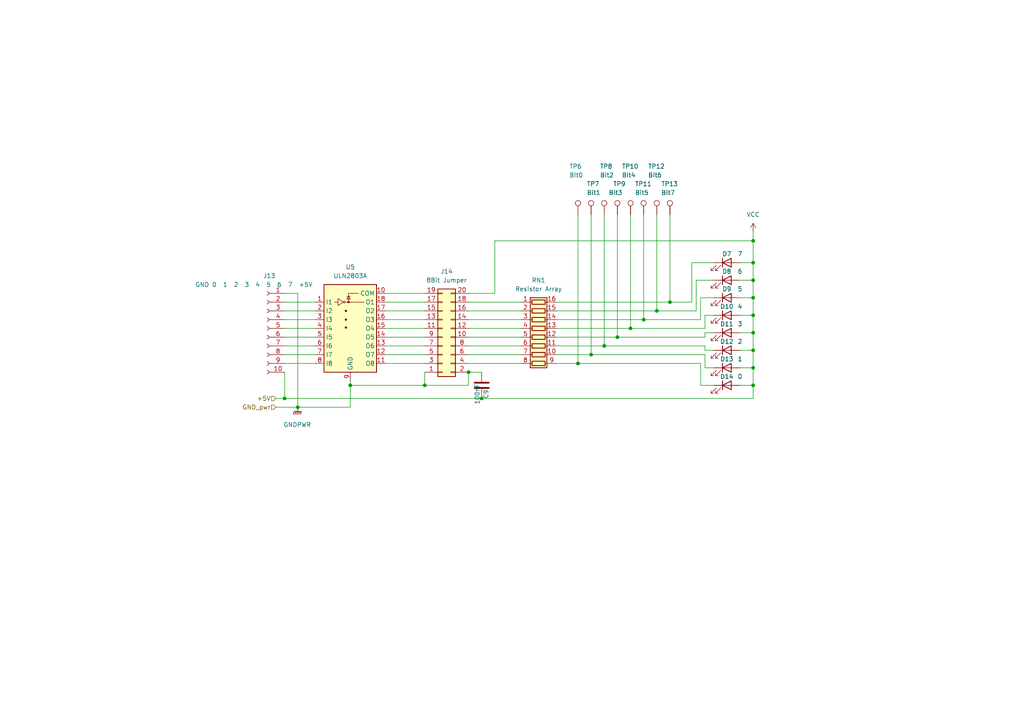
<source format=kicad_sch>
(kicad_sch (version 20211123) (generator eeschema)

  (uuid 5e1bc1de-0341-4c42-a0c1-cebebc9b9faf)

  (paper "A4")

  (lib_symbols
    (symbol "Connector:Conn_01x10_Female" (pin_names (offset 1.016) hide) (in_bom yes) (on_board yes)
      (property "Reference" "J" (id 0) (at 0 12.7 0)
        (effects (font (size 1.27 1.27)))
      )
      (property "Value" "Conn_01x10_Female" (id 1) (at 0 -15.24 0)
        (effects (font (size 1.27 1.27)))
      )
      (property "Footprint" "" (id 2) (at 0 0 0)
        (effects (font (size 1.27 1.27)) hide)
      )
      (property "Datasheet" "~" (id 3) (at 0 0 0)
        (effects (font (size 1.27 1.27)) hide)
      )
      (property "ki_keywords" "connector" (id 4) (at 0 0 0)
        (effects (font (size 1.27 1.27)) hide)
      )
      (property "ki_description" "Generic connector, single row, 01x10, script generated (kicad-library-utils/schlib/autogen/connector/)" (id 5) (at 0 0 0)
        (effects (font (size 1.27 1.27)) hide)
      )
      (property "ki_fp_filters" "Connector*:*_1x??_*" (id 6) (at 0 0 0)
        (effects (font (size 1.27 1.27)) hide)
      )
      (symbol "Conn_01x10_Female_1_1"
        (arc (start 0 -12.192) (mid -0.508 -12.7) (end 0 -13.208)
          (stroke (width 0.1524) (type default) (color 0 0 0 0))
          (fill (type none))
        )
        (arc (start 0 -9.652) (mid -0.508 -10.16) (end 0 -10.668)
          (stroke (width 0.1524) (type default) (color 0 0 0 0))
          (fill (type none))
        )
        (arc (start 0 -7.112) (mid -0.508 -7.62) (end 0 -8.128)
          (stroke (width 0.1524) (type default) (color 0 0 0 0))
          (fill (type none))
        )
        (arc (start 0 -4.572) (mid -0.508 -5.08) (end 0 -5.588)
          (stroke (width 0.1524) (type default) (color 0 0 0 0))
          (fill (type none))
        )
        (arc (start 0 -2.032) (mid -0.508 -2.54) (end 0 -3.048)
          (stroke (width 0.1524) (type default) (color 0 0 0 0))
          (fill (type none))
        )
        (polyline
          (pts
            (xy -1.27 -12.7)
            (xy -0.508 -12.7)
          )
          (stroke (width 0.1524) (type default) (color 0 0 0 0))
          (fill (type none))
        )
        (polyline
          (pts
            (xy -1.27 -10.16)
            (xy -0.508 -10.16)
          )
          (stroke (width 0.1524) (type default) (color 0 0 0 0))
          (fill (type none))
        )
        (polyline
          (pts
            (xy -1.27 -7.62)
            (xy -0.508 -7.62)
          )
          (stroke (width 0.1524) (type default) (color 0 0 0 0))
          (fill (type none))
        )
        (polyline
          (pts
            (xy -1.27 -5.08)
            (xy -0.508 -5.08)
          )
          (stroke (width 0.1524) (type default) (color 0 0 0 0))
          (fill (type none))
        )
        (polyline
          (pts
            (xy -1.27 -2.54)
            (xy -0.508 -2.54)
          )
          (stroke (width 0.1524) (type default) (color 0 0 0 0))
          (fill (type none))
        )
        (polyline
          (pts
            (xy -1.27 0)
            (xy -0.508 0)
          )
          (stroke (width 0.1524) (type default) (color 0 0 0 0))
          (fill (type none))
        )
        (polyline
          (pts
            (xy -1.27 2.54)
            (xy -0.508 2.54)
          )
          (stroke (width 0.1524) (type default) (color 0 0 0 0))
          (fill (type none))
        )
        (polyline
          (pts
            (xy -1.27 5.08)
            (xy -0.508 5.08)
          )
          (stroke (width 0.1524) (type default) (color 0 0 0 0))
          (fill (type none))
        )
        (polyline
          (pts
            (xy -1.27 7.62)
            (xy -0.508 7.62)
          )
          (stroke (width 0.1524) (type default) (color 0 0 0 0))
          (fill (type none))
        )
        (polyline
          (pts
            (xy -1.27 10.16)
            (xy -0.508 10.16)
          )
          (stroke (width 0.1524) (type default) (color 0 0 0 0))
          (fill (type none))
        )
        (arc (start 0 0.508) (mid -0.508 0) (end 0 -0.508)
          (stroke (width 0.1524) (type default) (color 0 0 0 0))
          (fill (type none))
        )
        (arc (start 0 3.048) (mid -0.508 2.54) (end 0 2.032)
          (stroke (width 0.1524) (type default) (color 0 0 0 0))
          (fill (type none))
        )
        (arc (start 0 5.588) (mid -0.508 5.08) (end 0 4.572)
          (stroke (width 0.1524) (type default) (color 0 0 0 0))
          (fill (type none))
        )
        (arc (start 0 8.128) (mid -0.508 7.62) (end 0 7.112)
          (stroke (width 0.1524) (type default) (color 0 0 0 0))
          (fill (type none))
        )
        (arc (start 0 10.668) (mid -0.508 10.16) (end 0 9.652)
          (stroke (width 0.1524) (type default) (color 0 0 0 0))
          (fill (type none))
        )
        (pin passive line (at -5.08 10.16 0) (length 3.81)
          (name "Pin_1" (effects (font (size 1.27 1.27))))
          (number "1" (effects (font (size 1.27 1.27))))
        )
        (pin passive line (at -5.08 -12.7 0) (length 3.81)
          (name "Pin_10" (effects (font (size 1.27 1.27))))
          (number "10" (effects (font (size 1.27 1.27))))
        )
        (pin passive line (at -5.08 7.62 0) (length 3.81)
          (name "Pin_2" (effects (font (size 1.27 1.27))))
          (number "2" (effects (font (size 1.27 1.27))))
        )
        (pin passive line (at -5.08 5.08 0) (length 3.81)
          (name "Pin_3" (effects (font (size 1.27 1.27))))
          (number "3" (effects (font (size 1.27 1.27))))
        )
        (pin passive line (at -5.08 2.54 0) (length 3.81)
          (name "Pin_4" (effects (font (size 1.27 1.27))))
          (number "4" (effects (font (size 1.27 1.27))))
        )
        (pin passive line (at -5.08 0 0) (length 3.81)
          (name "Pin_5" (effects (font (size 1.27 1.27))))
          (number "5" (effects (font (size 1.27 1.27))))
        )
        (pin passive line (at -5.08 -2.54 0) (length 3.81)
          (name "Pin_6" (effects (font (size 1.27 1.27))))
          (number "6" (effects (font (size 1.27 1.27))))
        )
        (pin passive line (at -5.08 -5.08 0) (length 3.81)
          (name "Pin_7" (effects (font (size 1.27 1.27))))
          (number "7" (effects (font (size 1.27 1.27))))
        )
        (pin passive line (at -5.08 -7.62 0) (length 3.81)
          (name "Pin_8" (effects (font (size 1.27 1.27))))
          (number "8" (effects (font (size 1.27 1.27))))
        )
        (pin passive line (at -5.08 -10.16 0) (length 3.81)
          (name "Pin_9" (effects (font (size 1.27 1.27))))
          (number "9" (effects (font (size 1.27 1.27))))
        )
      )
    )
    (symbol "Connector:TestPoint" (pin_numbers hide) (pin_names (offset 0.762) hide) (in_bom yes) (on_board yes)
      (property "Reference" "TP" (id 0) (at 0 6.858 0)
        (effects (font (size 1.27 1.27)))
      )
      (property "Value" "TestPoint" (id 1) (at 0 5.08 0)
        (effects (font (size 1.27 1.27)))
      )
      (property "Footprint" "" (id 2) (at 5.08 0 0)
        (effects (font (size 1.27 1.27)) hide)
      )
      (property "Datasheet" "~" (id 3) (at 5.08 0 0)
        (effects (font (size 1.27 1.27)) hide)
      )
      (property "ki_keywords" "test point tp" (id 4) (at 0 0 0)
        (effects (font (size 1.27 1.27)) hide)
      )
      (property "ki_description" "test point" (id 5) (at 0 0 0)
        (effects (font (size 1.27 1.27)) hide)
      )
      (property "ki_fp_filters" "Pin* Test*" (id 6) (at 0 0 0)
        (effects (font (size 1.27 1.27)) hide)
      )
      (symbol "TestPoint_0_1"
        (circle (center 0 3.302) (radius 0.762)
          (stroke (width 0) (type default) (color 0 0 0 0))
          (fill (type none))
        )
      )
      (symbol "TestPoint_1_1"
        (pin passive line (at 0 0 90) (length 2.54)
          (name "1" (effects (font (size 1.27 1.27))))
          (number "1" (effects (font (size 1.27 1.27))))
        )
      )
    )
    (symbol "Connector_Generic:Conn_02x10_Odd_Even" (pin_names (offset 1.016) hide) (in_bom yes) (on_board yes)
      (property "Reference" "J" (id 0) (at 1.27 12.7 0)
        (effects (font (size 1.27 1.27)))
      )
      (property "Value" "Conn_02x10_Odd_Even" (id 1) (at 1.27 -15.24 0)
        (effects (font (size 1.27 1.27)))
      )
      (property "Footprint" "" (id 2) (at 0 0 0)
        (effects (font (size 1.27 1.27)) hide)
      )
      (property "Datasheet" "~" (id 3) (at 0 0 0)
        (effects (font (size 1.27 1.27)) hide)
      )
      (property "ki_keywords" "connector" (id 4) (at 0 0 0)
        (effects (font (size 1.27 1.27)) hide)
      )
      (property "ki_description" "Generic connector, double row, 02x10, odd/even pin numbering scheme (row 1 odd numbers, row 2 even numbers), script generated (kicad-library-utils/schlib/autogen/connector/)" (id 5) (at 0 0 0)
        (effects (font (size 1.27 1.27)) hide)
      )
      (property "ki_fp_filters" "Connector*:*_2x??_*" (id 6) (at 0 0 0)
        (effects (font (size 1.27 1.27)) hide)
      )
      (symbol "Conn_02x10_Odd_Even_1_1"
        (rectangle (start -1.27 -12.573) (end 0 -12.827)
          (stroke (width 0.1524) (type default) (color 0 0 0 0))
          (fill (type none))
        )
        (rectangle (start -1.27 -10.033) (end 0 -10.287)
          (stroke (width 0.1524) (type default) (color 0 0 0 0))
          (fill (type none))
        )
        (rectangle (start -1.27 -7.493) (end 0 -7.747)
          (stroke (width 0.1524) (type default) (color 0 0 0 0))
          (fill (type none))
        )
        (rectangle (start -1.27 -4.953) (end 0 -5.207)
          (stroke (width 0.1524) (type default) (color 0 0 0 0))
          (fill (type none))
        )
        (rectangle (start -1.27 -2.413) (end 0 -2.667)
          (stroke (width 0.1524) (type default) (color 0 0 0 0))
          (fill (type none))
        )
        (rectangle (start -1.27 0.127) (end 0 -0.127)
          (stroke (width 0.1524) (type default) (color 0 0 0 0))
          (fill (type none))
        )
        (rectangle (start -1.27 2.667) (end 0 2.413)
          (stroke (width 0.1524) (type default) (color 0 0 0 0))
          (fill (type none))
        )
        (rectangle (start -1.27 5.207) (end 0 4.953)
          (stroke (width 0.1524) (type default) (color 0 0 0 0))
          (fill (type none))
        )
        (rectangle (start -1.27 7.747) (end 0 7.493)
          (stroke (width 0.1524) (type default) (color 0 0 0 0))
          (fill (type none))
        )
        (rectangle (start -1.27 10.287) (end 0 10.033)
          (stroke (width 0.1524) (type default) (color 0 0 0 0))
          (fill (type none))
        )
        (rectangle (start -1.27 11.43) (end 3.81 -13.97)
          (stroke (width 0.254) (type default) (color 0 0 0 0))
          (fill (type background))
        )
        (rectangle (start 3.81 -12.573) (end 2.54 -12.827)
          (stroke (width 0.1524) (type default) (color 0 0 0 0))
          (fill (type none))
        )
        (rectangle (start 3.81 -10.033) (end 2.54 -10.287)
          (stroke (width 0.1524) (type default) (color 0 0 0 0))
          (fill (type none))
        )
        (rectangle (start 3.81 -7.493) (end 2.54 -7.747)
          (stroke (width 0.1524) (type default) (color 0 0 0 0))
          (fill (type none))
        )
        (rectangle (start 3.81 -4.953) (end 2.54 -5.207)
          (stroke (width 0.1524) (type default) (color 0 0 0 0))
          (fill (type none))
        )
        (rectangle (start 3.81 -2.413) (end 2.54 -2.667)
          (stroke (width 0.1524) (type default) (color 0 0 0 0))
          (fill (type none))
        )
        (rectangle (start 3.81 0.127) (end 2.54 -0.127)
          (stroke (width 0.1524) (type default) (color 0 0 0 0))
          (fill (type none))
        )
        (rectangle (start 3.81 2.667) (end 2.54 2.413)
          (stroke (width 0.1524) (type default) (color 0 0 0 0))
          (fill (type none))
        )
        (rectangle (start 3.81 5.207) (end 2.54 4.953)
          (stroke (width 0.1524) (type default) (color 0 0 0 0))
          (fill (type none))
        )
        (rectangle (start 3.81 7.747) (end 2.54 7.493)
          (stroke (width 0.1524) (type default) (color 0 0 0 0))
          (fill (type none))
        )
        (rectangle (start 3.81 10.287) (end 2.54 10.033)
          (stroke (width 0.1524) (type default) (color 0 0 0 0))
          (fill (type none))
        )
        (pin passive line (at -5.08 10.16 0) (length 3.81)
          (name "Pin_1" (effects (font (size 1.27 1.27))))
          (number "1" (effects (font (size 1.27 1.27))))
        )
        (pin passive line (at 7.62 0 180) (length 3.81)
          (name "Pin_10" (effects (font (size 1.27 1.27))))
          (number "10" (effects (font (size 1.27 1.27))))
        )
        (pin passive line (at -5.08 -2.54 0) (length 3.81)
          (name "Pin_11" (effects (font (size 1.27 1.27))))
          (number "11" (effects (font (size 1.27 1.27))))
        )
        (pin passive line (at 7.62 -2.54 180) (length 3.81)
          (name "Pin_12" (effects (font (size 1.27 1.27))))
          (number "12" (effects (font (size 1.27 1.27))))
        )
        (pin passive line (at -5.08 -5.08 0) (length 3.81)
          (name "Pin_13" (effects (font (size 1.27 1.27))))
          (number "13" (effects (font (size 1.27 1.27))))
        )
        (pin passive line (at 7.62 -5.08 180) (length 3.81)
          (name "Pin_14" (effects (font (size 1.27 1.27))))
          (number "14" (effects (font (size 1.27 1.27))))
        )
        (pin passive line (at -5.08 -7.62 0) (length 3.81)
          (name "Pin_15" (effects (font (size 1.27 1.27))))
          (number "15" (effects (font (size 1.27 1.27))))
        )
        (pin passive line (at 7.62 -7.62 180) (length 3.81)
          (name "Pin_16" (effects (font (size 1.27 1.27))))
          (number "16" (effects (font (size 1.27 1.27))))
        )
        (pin passive line (at -5.08 -10.16 0) (length 3.81)
          (name "Pin_17" (effects (font (size 1.27 1.27))))
          (number "17" (effects (font (size 1.27 1.27))))
        )
        (pin passive line (at 7.62 -10.16 180) (length 3.81)
          (name "Pin_18" (effects (font (size 1.27 1.27))))
          (number "18" (effects (font (size 1.27 1.27))))
        )
        (pin passive line (at -5.08 -12.7 0) (length 3.81)
          (name "Pin_19" (effects (font (size 1.27 1.27))))
          (number "19" (effects (font (size 1.27 1.27))))
        )
        (pin passive line (at 7.62 10.16 180) (length 3.81)
          (name "Pin_2" (effects (font (size 1.27 1.27))))
          (number "2" (effects (font (size 1.27 1.27))))
        )
        (pin passive line (at 7.62 -12.7 180) (length 3.81)
          (name "Pin_20" (effects (font (size 1.27 1.27))))
          (number "20" (effects (font (size 1.27 1.27))))
        )
        (pin passive line (at -5.08 7.62 0) (length 3.81)
          (name "Pin_3" (effects (font (size 1.27 1.27))))
          (number "3" (effects (font (size 1.27 1.27))))
        )
        (pin passive line (at 7.62 7.62 180) (length 3.81)
          (name "Pin_4" (effects (font (size 1.27 1.27))))
          (number "4" (effects (font (size 1.27 1.27))))
        )
        (pin passive line (at -5.08 5.08 0) (length 3.81)
          (name "Pin_5" (effects (font (size 1.27 1.27))))
          (number "5" (effects (font (size 1.27 1.27))))
        )
        (pin passive line (at 7.62 5.08 180) (length 3.81)
          (name "Pin_6" (effects (font (size 1.27 1.27))))
          (number "6" (effects (font (size 1.27 1.27))))
        )
        (pin passive line (at -5.08 2.54 0) (length 3.81)
          (name "Pin_7" (effects (font (size 1.27 1.27))))
          (number "7" (effects (font (size 1.27 1.27))))
        )
        (pin passive line (at 7.62 2.54 180) (length 3.81)
          (name "Pin_8" (effects (font (size 1.27 1.27))))
          (number "8" (effects (font (size 1.27 1.27))))
        )
        (pin passive line (at -5.08 0 0) (length 3.81)
          (name "Pin_9" (effects (font (size 1.27 1.27))))
          (number "9" (effects (font (size 1.27 1.27))))
        )
      )
    )
    (symbol "Device:C" (pin_numbers hide) (pin_names (offset 0.254)) (in_bom yes) (on_board yes)
      (property "Reference" "C" (id 0) (at 0.635 2.54 0)
        (effects (font (size 1.27 1.27)) (justify left))
      )
      (property "Value" "C" (id 1) (at 0.635 -2.54 0)
        (effects (font (size 1.27 1.27)) (justify left))
      )
      (property "Footprint" "" (id 2) (at 0.9652 -3.81 0)
        (effects (font (size 1.27 1.27)) hide)
      )
      (property "Datasheet" "~" (id 3) (at 0 0 0)
        (effects (font (size 1.27 1.27)) hide)
      )
      (property "ki_keywords" "cap capacitor" (id 4) (at 0 0 0)
        (effects (font (size 1.27 1.27)) hide)
      )
      (property "ki_description" "Unpolarized capacitor" (id 5) (at 0 0 0)
        (effects (font (size 1.27 1.27)) hide)
      )
      (property "ki_fp_filters" "C_*" (id 6) (at 0 0 0)
        (effects (font (size 1.27 1.27)) hide)
      )
      (symbol "C_0_1"
        (polyline
          (pts
            (xy -2.032 -0.762)
            (xy 2.032 -0.762)
          )
          (stroke (width 0.508) (type default) (color 0 0 0 0))
          (fill (type none))
        )
        (polyline
          (pts
            (xy -2.032 0.762)
            (xy 2.032 0.762)
          )
          (stroke (width 0.508) (type default) (color 0 0 0 0))
          (fill (type none))
        )
      )
      (symbol "C_1_1"
        (pin passive line (at 0 3.81 270) (length 2.794)
          (name "~" (effects (font (size 1.27 1.27))))
          (number "1" (effects (font (size 1.27 1.27))))
        )
        (pin passive line (at 0 -3.81 90) (length 2.794)
          (name "~" (effects (font (size 1.27 1.27))))
          (number "2" (effects (font (size 1.27 1.27))))
        )
      )
    )
    (symbol "Device:LED" (pin_numbers hide) (pin_names (offset 1.016) hide) (in_bom yes) (on_board yes)
      (property "Reference" "D" (id 0) (at 0 2.54 0)
        (effects (font (size 1.27 1.27)))
      )
      (property "Value" "LED" (id 1) (at 0 -2.54 0)
        (effects (font (size 1.27 1.27)))
      )
      (property "Footprint" "" (id 2) (at 0 0 0)
        (effects (font (size 1.27 1.27)) hide)
      )
      (property "Datasheet" "~" (id 3) (at 0 0 0)
        (effects (font (size 1.27 1.27)) hide)
      )
      (property "ki_keywords" "LED diode" (id 4) (at 0 0 0)
        (effects (font (size 1.27 1.27)) hide)
      )
      (property "ki_description" "Light emitting diode" (id 5) (at 0 0 0)
        (effects (font (size 1.27 1.27)) hide)
      )
      (property "ki_fp_filters" "LED* LED_SMD:* LED_THT:*" (id 6) (at 0 0 0)
        (effects (font (size 1.27 1.27)) hide)
      )
      (symbol "LED_0_1"
        (polyline
          (pts
            (xy -1.27 -1.27)
            (xy -1.27 1.27)
          )
          (stroke (width 0.254) (type default) (color 0 0 0 0))
          (fill (type none))
        )
        (polyline
          (pts
            (xy -1.27 0)
            (xy 1.27 0)
          )
          (stroke (width 0) (type default) (color 0 0 0 0))
          (fill (type none))
        )
        (polyline
          (pts
            (xy 1.27 -1.27)
            (xy 1.27 1.27)
            (xy -1.27 0)
            (xy 1.27 -1.27)
          )
          (stroke (width 0.254) (type default) (color 0 0 0 0))
          (fill (type none))
        )
        (polyline
          (pts
            (xy -3.048 -0.762)
            (xy -4.572 -2.286)
            (xy -3.81 -2.286)
            (xy -4.572 -2.286)
            (xy -4.572 -1.524)
          )
          (stroke (width 0) (type default) (color 0 0 0 0))
          (fill (type none))
        )
        (polyline
          (pts
            (xy -1.778 -0.762)
            (xy -3.302 -2.286)
            (xy -2.54 -2.286)
            (xy -3.302 -2.286)
            (xy -3.302 -1.524)
          )
          (stroke (width 0) (type default) (color 0 0 0 0))
          (fill (type none))
        )
      )
      (symbol "LED_1_1"
        (pin passive line (at -3.81 0 0) (length 2.54)
          (name "K" (effects (font (size 1.27 1.27))))
          (number "1" (effects (font (size 1.27 1.27))))
        )
        (pin passive line (at 3.81 0 180) (length 2.54)
          (name "A" (effects (font (size 1.27 1.27))))
          (number "2" (effects (font (size 1.27 1.27))))
        )
      )
    )
    (symbol "Device:R_Pack08" (pin_names (offset 0) hide) (in_bom yes) (on_board yes)
      (property "Reference" "RN" (id 0) (at -12.7 0 90)
        (effects (font (size 1.27 1.27)))
      )
      (property "Value" "R_Pack08" (id 1) (at 10.16 0 90)
        (effects (font (size 1.27 1.27)))
      )
      (property "Footprint" "" (id 2) (at 12.065 0 90)
        (effects (font (size 1.27 1.27)) hide)
      )
      (property "Datasheet" "~" (id 3) (at 0 0 0)
        (effects (font (size 1.27 1.27)) hide)
      )
      (property "ki_keywords" "R network parallel topology isolated" (id 4) (at 0 0 0)
        (effects (font (size 1.27 1.27)) hide)
      )
      (property "ki_description" "8 resistor network, parallel topology" (id 5) (at 0 0 0)
        (effects (font (size 1.27 1.27)) hide)
      )
      (property "ki_fp_filters" "DIP* SOIC* R*Array*Concave* R*Array*Convex*" (id 6) (at 0 0 0)
        (effects (font (size 1.27 1.27)) hide)
      )
      (symbol "R_Pack08_0_1"
        (rectangle (start -11.43 -2.413) (end 8.89 2.413)
          (stroke (width 0.254) (type default) (color 0 0 0 0))
          (fill (type background))
        )
        (rectangle (start -10.795 1.905) (end -9.525 -1.905)
          (stroke (width 0.254) (type default) (color 0 0 0 0))
          (fill (type none))
        )
        (rectangle (start -8.255 1.905) (end -6.985 -1.905)
          (stroke (width 0.254) (type default) (color 0 0 0 0))
          (fill (type none))
        )
        (rectangle (start -5.715 1.905) (end -4.445 -1.905)
          (stroke (width 0.254) (type default) (color 0 0 0 0))
          (fill (type none))
        )
        (rectangle (start -3.175 1.905) (end -1.905 -1.905)
          (stroke (width 0.254) (type default) (color 0 0 0 0))
          (fill (type none))
        )
        (rectangle (start -0.635 1.905) (end 0.635 -1.905)
          (stroke (width 0.254) (type default) (color 0 0 0 0))
          (fill (type none))
        )
        (polyline
          (pts
            (xy -10.16 -2.54)
            (xy -10.16 -1.905)
          )
          (stroke (width 0) (type default) (color 0 0 0 0))
          (fill (type none))
        )
        (polyline
          (pts
            (xy -10.16 1.905)
            (xy -10.16 2.54)
          )
          (stroke (width 0) (type default) (color 0 0 0 0))
          (fill (type none))
        )
        (polyline
          (pts
            (xy -7.62 -2.54)
            (xy -7.62 -1.905)
          )
          (stroke (width 0) (type default) (color 0 0 0 0))
          (fill (type none))
        )
        (polyline
          (pts
            (xy -7.62 1.905)
            (xy -7.62 2.54)
          )
          (stroke (width 0) (type default) (color 0 0 0 0))
          (fill (type none))
        )
        (polyline
          (pts
            (xy -5.08 -2.54)
            (xy -5.08 -1.905)
          )
          (stroke (width 0) (type default) (color 0 0 0 0))
          (fill (type none))
        )
        (polyline
          (pts
            (xy -5.08 1.905)
            (xy -5.08 2.54)
          )
          (stroke (width 0) (type default) (color 0 0 0 0))
          (fill (type none))
        )
        (polyline
          (pts
            (xy -2.54 -2.54)
            (xy -2.54 -1.905)
          )
          (stroke (width 0) (type default) (color 0 0 0 0))
          (fill (type none))
        )
        (polyline
          (pts
            (xy -2.54 1.905)
            (xy -2.54 2.54)
          )
          (stroke (width 0) (type default) (color 0 0 0 0))
          (fill (type none))
        )
        (polyline
          (pts
            (xy 0 -2.54)
            (xy 0 -1.905)
          )
          (stroke (width 0) (type default) (color 0 0 0 0))
          (fill (type none))
        )
        (polyline
          (pts
            (xy 0 1.905)
            (xy 0 2.54)
          )
          (stroke (width 0) (type default) (color 0 0 0 0))
          (fill (type none))
        )
        (polyline
          (pts
            (xy 2.54 -2.54)
            (xy 2.54 -1.905)
          )
          (stroke (width 0) (type default) (color 0 0 0 0))
          (fill (type none))
        )
        (polyline
          (pts
            (xy 2.54 1.905)
            (xy 2.54 2.54)
          )
          (stroke (width 0) (type default) (color 0 0 0 0))
          (fill (type none))
        )
        (polyline
          (pts
            (xy 5.08 -2.54)
            (xy 5.08 -1.905)
          )
          (stroke (width 0) (type default) (color 0 0 0 0))
          (fill (type none))
        )
        (polyline
          (pts
            (xy 5.08 1.905)
            (xy 5.08 2.54)
          )
          (stroke (width 0) (type default) (color 0 0 0 0))
          (fill (type none))
        )
        (polyline
          (pts
            (xy 7.62 -2.54)
            (xy 7.62 -1.905)
          )
          (stroke (width 0) (type default) (color 0 0 0 0))
          (fill (type none))
        )
        (polyline
          (pts
            (xy 7.62 1.905)
            (xy 7.62 2.54)
          )
          (stroke (width 0) (type default) (color 0 0 0 0))
          (fill (type none))
        )
        (rectangle (start 1.905 1.905) (end 3.175 -1.905)
          (stroke (width 0.254) (type default) (color 0 0 0 0))
          (fill (type none))
        )
        (rectangle (start 4.445 1.905) (end 5.715 -1.905)
          (stroke (width 0.254) (type default) (color 0 0 0 0))
          (fill (type none))
        )
        (rectangle (start 6.985 1.905) (end 8.255 -1.905)
          (stroke (width 0.254) (type default) (color 0 0 0 0))
          (fill (type none))
        )
      )
      (symbol "R_Pack08_1_1"
        (pin passive line (at -10.16 -5.08 90) (length 2.54)
          (name "R1.1" (effects (font (size 1.27 1.27))))
          (number "1" (effects (font (size 1.27 1.27))))
        )
        (pin passive line (at 5.08 5.08 270) (length 2.54)
          (name "R7.2" (effects (font (size 1.27 1.27))))
          (number "10" (effects (font (size 1.27 1.27))))
        )
        (pin passive line (at 2.54 5.08 270) (length 2.54)
          (name "R6.2" (effects (font (size 1.27 1.27))))
          (number "11" (effects (font (size 1.27 1.27))))
        )
        (pin passive line (at 0 5.08 270) (length 2.54)
          (name "R5.2" (effects (font (size 1.27 1.27))))
          (number "12" (effects (font (size 1.27 1.27))))
        )
        (pin passive line (at -2.54 5.08 270) (length 2.54)
          (name "R4.2" (effects (font (size 1.27 1.27))))
          (number "13" (effects (font (size 1.27 1.27))))
        )
        (pin passive line (at -5.08 5.08 270) (length 2.54)
          (name "R3.2" (effects (font (size 1.27 1.27))))
          (number "14" (effects (font (size 1.27 1.27))))
        )
        (pin passive line (at -7.62 5.08 270) (length 2.54)
          (name "R2.2" (effects (font (size 1.27 1.27))))
          (number "15" (effects (font (size 1.27 1.27))))
        )
        (pin passive line (at -10.16 5.08 270) (length 2.54)
          (name "R1.2" (effects (font (size 1.27 1.27))))
          (number "16" (effects (font (size 1.27 1.27))))
        )
        (pin passive line (at -7.62 -5.08 90) (length 2.54)
          (name "R2.1" (effects (font (size 1.27 1.27))))
          (number "2" (effects (font (size 1.27 1.27))))
        )
        (pin passive line (at -5.08 -5.08 90) (length 2.54)
          (name "R3.1" (effects (font (size 1.27 1.27))))
          (number "3" (effects (font (size 1.27 1.27))))
        )
        (pin passive line (at -2.54 -5.08 90) (length 2.54)
          (name "R4.1" (effects (font (size 1.27 1.27))))
          (number "4" (effects (font (size 1.27 1.27))))
        )
        (pin passive line (at 0 -5.08 90) (length 2.54)
          (name "R5.1" (effects (font (size 1.27 1.27))))
          (number "5" (effects (font (size 1.27 1.27))))
        )
        (pin passive line (at 2.54 -5.08 90) (length 2.54)
          (name "R6.1" (effects (font (size 1.27 1.27))))
          (number "6" (effects (font (size 1.27 1.27))))
        )
        (pin passive line (at 5.08 -5.08 90) (length 2.54)
          (name "R7.1" (effects (font (size 1.27 1.27))))
          (number "7" (effects (font (size 1.27 1.27))))
        )
        (pin passive line (at 7.62 -5.08 90) (length 2.54)
          (name "R8.1" (effects (font (size 1.27 1.27))))
          (number "8" (effects (font (size 1.27 1.27))))
        )
        (pin passive line (at 7.62 5.08 270) (length 2.54)
          (name "R8.2" (effects (font (size 1.27 1.27))))
          (number "9" (effects (font (size 1.27 1.27))))
        )
      )
    )
    (symbol "Transistor_Array:ULN2803A" (in_bom yes) (on_board yes)
      (property "Reference" "U" (id 0) (at 0 13.335 0)
        (effects (font (size 1.27 1.27)))
      )
      (property "Value" "ULN2803A" (id 1) (at 0 11.43 0)
        (effects (font (size 1.27 1.27)))
      )
      (property "Footprint" "" (id 2) (at 1.27 -16.51 0)
        (effects (font (size 1.27 1.27)) (justify left) hide)
      )
      (property "Datasheet" "http://www.ti.com/lit/ds/symlink/uln2803a.pdf" (id 3) (at 2.54 -5.08 0)
        (effects (font (size 1.27 1.27)) hide)
      )
      (property "ki_keywords" "Darlington transistor array" (id 4) (at 0 0 0)
        (effects (font (size 1.27 1.27)) hide)
      )
      (property "ki_description" "Darlington Transistor Arrays, SOIC18/DIP18" (id 5) (at 0 0 0)
        (effects (font (size 1.27 1.27)) hide)
      )
      (property "ki_fp_filters" "DIP*W7.62mm* SOIC*7.5x11.6mm*P1.27mm*" (id 6) (at 0 0 0)
        (effects (font (size 1.27 1.27)) hide)
      )
      (symbol "ULN2803A_0_1"
        (rectangle (start -7.62 -15.24) (end 7.62 10.16)
          (stroke (width 0.254) (type default) (color 0 0 0 0))
          (fill (type background))
        )
        (circle (center -1.778 5.08) (radius 0.254)
          (stroke (width 0) (type default) (color 0 0 0 0))
          (fill (type none))
        )
        (circle (center -1.27 -2.286) (radius 0.254)
          (stroke (width 0) (type default) (color 0 0 0 0))
          (fill (type outline))
        )
        (circle (center -1.27 0) (radius 0.254)
          (stroke (width 0) (type default) (color 0 0 0 0))
          (fill (type outline))
        )
        (circle (center -1.27 2.54) (radius 0.254)
          (stroke (width 0) (type default) (color 0 0 0 0))
          (fill (type outline))
        )
        (circle (center -0.508 5.08) (radius 0.254)
          (stroke (width 0) (type default) (color 0 0 0 0))
          (fill (type outline))
        )
        (polyline
          (pts
            (xy -4.572 5.08)
            (xy -3.556 5.08)
          )
          (stroke (width 0) (type default) (color 0 0 0 0))
          (fill (type none))
        )
        (polyline
          (pts
            (xy -1.524 5.08)
            (xy 4.064 5.08)
          )
          (stroke (width 0) (type default) (color 0 0 0 0))
          (fill (type none))
        )
        (polyline
          (pts
            (xy 0 6.731)
            (xy -1.016 6.731)
          )
          (stroke (width 0) (type default) (color 0 0 0 0))
          (fill (type none))
        )
        (polyline
          (pts
            (xy -0.508 5.08)
            (xy -0.508 7.62)
            (xy 2.286 7.62)
          )
          (stroke (width 0) (type default) (color 0 0 0 0))
          (fill (type none))
        )
        (polyline
          (pts
            (xy -3.556 6.096)
            (xy -3.556 4.064)
            (xy -2.032 5.08)
            (xy -3.556 6.096)
          )
          (stroke (width 0) (type default) (color 0 0 0 0))
          (fill (type none))
        )
        (polyline
          (pts
            (xy 0 5.969)
            (xy -1.016 5.969)
            (xy -0.508 6.731)
            (xy 0 5.969)
          )
          (stroke (width 0) (type default) (color 0 0 0 0))
          (fill (type none))
        )
      )
      (symbol "ULN2803A_1_1"
        (pin input line (at -10.16 5.08 0) (length 2.54)
          (name "I1" (effects (font (size 1.27 1.27))))
          (number "1" (effects (font (size 1.27 1.27))))
        )
        (pin passive line (at 10.16 7.62 180) (length 2.54)
          (name "COM" (effects (font (size 1.27 1.27))))
          (number "10" (effects (font (size 1.27 1.27))))
        )
        (pin open_collector line (at 10.16 -12.7 180) (length 2.54)
          (name "O8" (effects (font (size 1.27 1.27))))
          (number "11" (effects (font (size 1.27 1.27))))
        )
        (pin open_collector line (at 10.16 -10.16 180) (length 2.54)
          (name "O7" (effects (font (size 1.27 1.27))))
          (number "12" (effects (font (size 1.27 1.27))))
        )
        (pin open_collector line (at 10.16 -7.62 180) (length 2.54)
          (name "O6" (effects (font (size 1.27 1.27))))
          (number "13" (effects (font (size 1.27 1.27))))
        )
        (pin open_collector line (at 10.16 -5.08 180) (length 2.54)
          (name "O5" (effects (font (size 1.27 1.27))))
          (number "14" (effects (font (size 1.27 1.27))))
        )
        (pin open_collector line (at 10.16 -2.54 180) (length 2.54)
          (name "O4" (effects (font (size 1.27 1.27))))
          (number "15" (effects (font (size 1.27 1.27))))
        )
        (pin open_collector line (at 10.16 0 180) (length 2.54)
          (name "O3" (effects (font (size 1.27 1.27))))
          (number "16" (effects (font (size 1.27 1.27))))
        )
        (pin open_collector line (at 10.16 2.54 180) (length 2.54)
          (name "O2" (effects (font (size 1.27 1.27))))
          (number "17" (effects (font (size 1.27 1.27))))
        )
        (pin open_collector line (at 10.16 5.08 180) (length 2.54)
          (name "O1" (effects (font (size 1.27 1.27))))
          (number "18" (effects (font (size 1.27 1.27))))
        )
        (pin input line (at -10.16 2.54 0) (length 2.54)
          (name "I2" (effects (font (size 1.27 1.27))))
          (number "2" (effects (font (size 1.27 1.27))))
        )
        (pin input line (at -10.16 0 0) (length 2.54)
          (name "I3" (effects (font (size 1.27 1.27))))
          (number "3" (effects (font (size 1.27 1.27))))
        )
        (pin input line (at -10.16 -2.54 0) (length 2.54)
          (name "I4" (effects (font (size 1.27 1.27))))
          (number "4" (effects (font (size 1.27 1.27))))
        )
        (pin input line (at -10.16 -5.08 0) (length 2.54)
          (name "I5" (effects (font (size 1.27 1.27))))
          (number "5" (effects (font (size 1.27 1.27))))
        )
        (pin input line (at -10.16 -7.62 0) (length 2.54)
          (name "I6" (effects (font (size 1.27 1.27))))
          (number "6" (effects (font (size 1.27 1.27))))
        )
        (pin input line (at -10.16 -10.16 0) (length 2.54)
          (name "I7" (effects (font (size 1.27 1.27))))
          (number "7" (effects (font (size 1.27 1.27))))
        )
        (pin input line (at -10.16 -12.7 0) (length 2.54)
          (name "I8" (effects (font (size 1.27 1.27))))
          (number "8" (effects (font (size 1.27 1.27))))
        )
        (pin power_in line (at 0 -17.78 90) (length 2.54)
          (name "GND" (effects (font (size 1.27 1.27))))
          (number "9" (effects (font (size 1.27 1.27))))
        )
      )
    )
    (symbol "power:GNDPWR" (power) (pin_names (offset 0)) (in_bom yes) (on_board yes)
      (property "Reference" "#PWR" (id 0) (at 0 -5.08 0)
        (effects (font (size 1.27 1.27)) hide)
      )
      (property "Value" "GNDPWR" (id 1) (at 0 -3.302 0)
        (effects (font (size 1.27 1.27)))
      )
      (property "Footprint" "" (id 2) (at 0 -1.27 0)
        (effects (font (size 1.27 1.27)) hide)
      )
      (property "Datasheet" "" (id 3) (at 0 -1.27 0)
        (effects (font (size 1.27 1.27)) hide)
      )
      (property "ki_keywords" "global ground" (id 4) (at 0 0 0)
        (effects (font (size 1.27 1.27)) hide)
      )
      (property "ki_description" "Power symbol creates a global label with name \"GNDPWR\" , global ground" (id 5) (at 0 0 0)
        (effects (font (size 1.27 1.27)) hide)
      )
      (symbol "GNDPWR_0_1"
        (polyline
          (pts
            (xy 0 -1.27)
            (xy 0 0)
          )
          (stroke (width 0) (type default) (color 0 0 0 0))
          (fill (type none))
        )
        (polyline
          (pts
            (xy -1.016 -1.27)
            (xy -1.27 -2.032)
            (xy -1.27 -2.032)
          )
          (stroke (width 0.2032) (type default) (color 0 0 0 0))
          (fill (type none))
        )
        (polyline
          (pts
            (xy -0.508 -1.27)
            (xy -0.762 -2.032)
            (xy -0.762 -2.032)
          )
          (stroke (width 0.2032) (type default) (color 0 0 0 0))
          (fill (type none))
        )
        (polyline
          (pts
            (xy 0 -1.27)
            (xy -0.254 -2.032)
            (xy -0.254 -2.032)
          )
          (stroke (width 0.2032) (type default) (color 0 0 0 0))
          (fill (type none))
        )
        (polyline
          (pts
            (xy 0.508 -1.27)
            (xy 0.254 -2.032)
            (xy 0.254 -2.032)
          )
          (stroke (width 0.2032) (type default) (color 0 0 0 0))
          (fill (type none))
        )
        (polyline
          (pts
            (xy 1.016 -1.27)
            (xy -1.016 -1.27)
            (xy -1.016 -1.27)
          )
          (stroke (width 0.2032) (type default) (color 0 0 0 0))
          (fill (type none))
        )
        (polyline
          (pts
            (xy 1.016 -1.27)
            (xy 0.762 -2.032)
            (xy 0.762 -2.032)
            (xy 0.762 -2.032)
          )
          (stroke (width 0.2032) (type default) (color 0 0 0 0))
          (fill (type none))
        )
      )
      (symbol "GNDPWR_1_1"
        (pin power_in line (at 0 0 270) (length 0) hide
          (name "GNDPWR" (effects (font (size 1.27 1.27))))
          (number "1" (effects (font (size 1.27 1.27))))
        )
      )
    )
    (symbol "power:VCC" (power) (pin_names (offset 0)) (in_bom yes) (on_board yes)
      (property "Reference" "#PWR" (id 0) (at 0 -3.81 0)
        (effects (font (size 1.27 1.27)) hide)
      )
      (property "Value" "VCC" (id 1) (at 0 3.81 0)
        (effects (font (size 1.27 1.27)))
      )
      (property "Footprint" "" (id 2) (at 0 0 0)
        (effects (font (size 1.27 1.27)) hide)
      )
      (property "Datasheet" "" (id 3) (at 0 0 0)
        (effects (font (size 1.27 1.27)) hide)
      )
      (property "ki_keywords" "global power" (id 4) (at 0 0 0)
        (effects (font (size 1.27 1.27)) hide)
      )
      (property "ki_description" "Power symbol creates a global label with name \"VCC\"" (id 5) (at 0 0 0)
        (effects (font (size 1.27 1.27)) hide)
      )
      (symbol "VCC_0_1"
        (polyline
          (pts
            (xy -0.762 1.27)
            (xy 0 2.54)
          )
          (stroke (width 0) (type default) (color 0 0 0 0))
          (fill (type none))
        )
        (polyline
          (pts
            (xy 0 0)
            (xy 0 2.54)
          )
          (stroke (width 0) (type default) (color 0 0 0 0))
          (fill (type none))
        )
        (polyline
          (pts
            (xy 0 2.54)
            (xy 0.762 1.27)
          )
          (stroke (width 0) (type default) (color 0 0 0 0))
          (fill (type none))
        )
      )
      (symbol "VCC_1_1"
        (pin power_in line (at 0 0 90) (length 0) hide
          (name "VCC" (effects (font (size 1.27 1.27))))
          (number "1" (effects (font (size 1.27 1.27))))
        )
      )
    )
  )

  (junction (at 182.88 95.25) (diameter 0) (color 0 0 0 0)
    (uuid 1e4221e4-23ef-430d-8f9c-79bdabaa512d)
  )
  (junction (at 190.5 90.17) (diameter 0) (color 0 0 0 0)
    (uuid 2b003812-4cd6-4dbc-bdac-93a30f2c76eb)
  )
  (junction (at 139.7 115.57) (diameter 0) (color 0 0 0 0)
    (uuid 2b803802-14ab-410a-b755-327d73775803)
  )
  (junction (at 218.44 91.44) (diameter 0) (color 0 0 0 0)
    (uuid 3c3802a4-6804-4801-8bbb-8450e2e973bb)
  )
  (junction (at 179.07 97.79) (diameter 0) (color 0 0 0 0)
    (uuid 3d3089d8-67dc-4b15-96d7-fe4bad4b94ad)
  )
  (junction (at 171.45 102.87) (diameter 0) (color 0 0 0 0)
    (uuid 42a27ddf-30f2-4b29-8327-bfd97a56726d)
  )
  (junction (at 218.44 101.6) (diameter 0) (color 0 0 0 0)
    (uuid 681a1e37-15e8-462c-986c-2215c4d8fa31)
  )
  (junction (at 167.64 105.41) (diameter 0) (color 0 0 0 0)
    (uuid 6f872d0d-dda1-4876-b468-998cac83b16a)
  )
  (junction (at 218.44 106.68) (diameter 0) (color 0 0 0 0)
    (uuid 74e9fdc6-ac21-4307-bd28-83d9a615287a)
  )
  (junction (at 135.89 107.95) (diameter 0) (color 0 0 0 0)
    (uuid 75221a8f-6334-4124-ba90-676cdf0bca0d)
  )
  (junction (at 218.44 76.2) (diameter 0) (color 0 0 0 0)
    (uuid 767a937f-4a6b-4cb0-9d6c-ef42a7ab5601)
  )
  (junction (at 101.6 111.76) (diameter 0) (color 0 0 0 0)
    (uuid 842c7494-fd8e-4e1e-90bd-7e032a3340a6)
  )
  (junction (at 123.19 111.76) (diameter 0) (color 0 0 0 0)
    (uuid 8438d985-8362-43fb-954d-20e733131c55)
  )
  (junction (at 186.69 92.71) (diameter 0) (color 0 0 0 0)
    (uuid 8847c8d6-f014-4cf7-a795-f34afd3d4940)
  )
  (junction (at 82.55 115.57) (diameter 0) (color 0 0 0 0)
    (uuid 94489ff3-9172-46fe-bc31-ef79846358af)
  )
  (junction (at 218.44 96.52) (diameter 0) (color 0 0 0 0)
    (uuid 94f3a181-d593-437e-98e0-f0f39f9b4880)
  )
  (junction (at 218.44 81.28) (diameter 0) (color 0 0 0 0)
    (uuid d214bf43-b8c9-4f70-b5ff-9f9612862a4f)
  )
  (junction (at 218.44 69.85) (diameter 0) (color 0 0 0 0)
    (uuid d8b3b48a-7111-49d0-832b-0763947a7b03)
  )
  (junction (at 194.31 87.63) (diameter 0) (color 0 0 0 0)
    (uuid d938ed11-6841-440d-9099-eea713eb5cc0)
  )
  (junction (at 218.44 111.76) (diameter 0) (color 0 0 0 0)
    (uuid da33db64-5ff9-4071-8847-5ce6825dc6e2)
  )
  (junction (at 175.26 100.33) (diameter 0) (color 0 0 0 0)
    (uuid eee28415-cf0a-46e4-821b-15197244d600)
  )
  (junction (at 86.36 118.11) (diameter 0) (color 0 0 0 0)
    (uuid f99ac69d-2a1e-4e4d-a92f-ad688704a91d)
  )
  (junction (at 218.44 86.36) (diameter 0) (color 0 0 0 0)
    (uuid ff005a50-b9f9-4619-be06-42b4039bd766)
  )

  (wire (pts (xy 80.01 115.57) (xy 82.55 115.57))
    (stroke (width 0) (type default) (color 0 0 0 0))
    (uuid 01a5b34c-a00d-4247-a226-31d8dada08d3)
  )
  (wire (pts (xy 201.93 90.17) (xy 201.93 81.28))
    (stroke (width 0) (type default) (color 0 0 0 0))
    (uuid 06c37fd0-aedd-4697-ba6c-91bc7a91fe0b)
  )
  (wire (pts (xy 135.89 105.41) (xy 151.13 105.41))
    (stroke (width 0) (type default) (color 0 0 0 0))
    (uuid 0715c10b-3bda-4c19-99c3-cb30c46c7350)
  )
  (wire (pts (xy 135.89 97.79) (xy 151.13 97.79))
    (stroke (width 0) (type default) (color 0 0 0 0))
    (uuid 078d8d54-3260-47bd-9875-125dc1c86120)
  )
  (wire (pts (xy 123.19 111.76) (xy 135.89 111.76))
    (stroke (width 0) (type default) (color 0 0 0 0))
    (uuid 084e9fb2-5ba0-48d5-b1ab-5417a64b470b)
  )
  (wire (pts (xy 82.55 90.17) (xy 91.44 90.17))
    (stroke (width 0) (type default) (color 0 0 0 0))
    (uuid 0ad4e6ce-0dcf-48cc-bea2-543c78897097)
  )
  (wire (pts (xy 135.89 95.25) (xy 151.13 95.25))
    (stroke (width 0) (type default) (color 0 0 0 0))
    (uuid 0e2bb987-b159-4180-94a5-ad4bc5558c60)
  )
  (wire (pts (xy 218.44 115.57) (xy 218.44 111.76))
    (stroke (width 0) (type default) (color 0 0 0 0))
    (uuid 0f5224ae-8ad6-45cb-a7e1-a9346be80c71)
  )
  (wire (pts (xy 179.07 62.23) (xy 179.07 97.79))
    (stroke (width 0) (type default) (color 0 0 0 0))
    (uuid 0f7dc4e7-7ef9-4e8d-a25e-f0bfa91b30e9)
  )
  (wire (pts (xy 214.63 96.52) (xy 218.44 96.52))
    (stroke (width 0) (type default) (color 0 0 0 0))
    (uuid 10a41097-ef21-42ae-8d5c-1e98983f6f10)
  )
  (wire (pts (xy 204.47 91.44) (xy 207.01 91.44))
    (stroke (width 0) (type default) (color 0 0 0 0))
    (uuid 1198a1a1-277c-4013-afd3-243136065170)
  )
  (wire (pts (xy 167.64 105.41) (xy 203.2 105.41))
    (stroke (width 0) (type default) (color 0 0 0 0))
    (uuid 1313b8d8-deb8-4ee5-b03f-0868e2a160de)
  )
  (wire (pts (xy 214.63 111.76) (xy 218.44 111.76))
    (stroke (width 0) (type default) (color 0 0 0 0))
    (uuid 16626fa1-7e11-4523-a6b6-e8fe24a66a68)
  )
  (wire (pts (xy 111.76 85.09) (xy 123.19 85.09))
    (stroke (width 0) (type default) (color 0 0 0 0))
    (uuid 18a11a3a-d6cf-45b0-a7a9-ea150f7c636f)
  )
  (wire (pts (xy 82.55 85.09) (xy 86.36 85.09))
    (stroke (width 0) (type default) (color 0 0 0 0))
    (uuid 19be8098-43a3-41fb-ad96-56c950c10f46)
  )
  (wire (pts (xy 82.55 87.63) (xy 91.44 87.63))
    (stroke (width 0) (type default) (color 0 0 0 0))
    (uuid 1acb6823-7dad-4bca-98e5-92dc6c281554)
  )
  (wire (pts (xy 200.66 76.2) (xy 207.01 76.2))
    (stroke (width 0) (type default) (color 0 0 0 0))
    (uuid 1d395a9c-c564-40b6-8043-f638afc88bf0)
  )
  (wire (pts (xy 101.6 118.11) (xy 86.36 118.11))
    (stroke (width 0) (type default) (color 0 0 0 0))
    (uuid 1e6eef92-27eb-403d-9372-916ea23531cd)
  )
  (wire (pts (xy 135.89 90.17) (xy 151.13 90.17))
    (stroke (width 0) (type default) (color 0 0 0 0))
    (uuid 1e8538a6-b08d-4bf7-a78a-c5e8d6e96e77)
  )
  (wire (pts (xy 82.55 115.57) (xy 139.7 115.57))
    (stroke (width 0) (type default) (color 0 0 0 0))
    (uuid 1f48c702-8741-4e1e-b29d-c51fcd5c9bdf)
  )
  (wire (pts (xy 101.6 110.49) (xy 101.6 111.76))
    (stroke (width 0) (type default) (color 0 0 0 0))
    (uuid 24fc2f79-9e0b-4882-8198-fa0471126727)
  )
  (wire (pts (xy 207.01 96.52) (xy 204.47 96.52))
    (stroke (width 0) (type default) (color 0 0 0 0))
    (uuid 2ae0b0d0-e89e-4044-ad1b-7c08eff67560)
  )
  (wire (pts (xy 135.89 87.63) (xy 151.13 87.63))
    (stroke (width 0) (type default) (color 0 0 0 0))
    (uuid 2ecb09e6-7c0a-48d3-b329-2582cef280c6)
  )
  (wire (pts (xy 171.45 102.87) (xy 204.47 102.87))
    (stroke (width 0) (type default) (color 0 0 0 0))
    (uuid 30b224ba-2ee6-446d-b50e-041d9ed4445f)
  )
  (wire (pts (xy 82.55 105.41) (xy 91.44 105.41))
    (stroke (width 0) (type default) (color 0 0 0 0))
    (uuid 30c03874-a4d7-4418-b230-0c3e33225a26)
  )
  (wire (pts (xy 80.01 118.11) (xy 86.36 118.11))
    (stroke (width 0) (type default) (color 0 0 0 0))
    (uuid 38d4e1b5-1ea6-49ea-a53c-e5ecdb8bbba7)
  )
  (wire (pts (xy 218.44 86.36) (xy 218.44 91.44))
    (stroke (width 0) (type default) (color 0 0 0 0))
    (uuid 38e7d1e8-f080-44b4-bc07-7164a2d00cbb)
  )
  (wire (pts (xy 218.44 67.31) (xy 218.44 69.85))
    (stroke (width 0) (type default) (color 0 0 0 0))
    (uuid 3a5101a4-88d3-47fe-910a-66a97c108640)
  )
  (wire (pts (xy 82.55 92.71) (xy 91.44 92.71))
    (stroke (width 0) (type default) (color 0 0 0 0))
    (uuid 3a56a810-2a10-42fb-8174-27c22b4169bf)
  )
  (wire (pts (xy 214.63 76.2) (xy 218.44 76.2))
    (stroke (width 0) (type default) (color 0 0 0 0))
    (uuid 3ad5f489-f8b0-43f3-9546-95d957381b99)
  )
  (wire (pts (xy 135.89 102.87) (xy 151.13 102.87))
    (stroke (width 0) (type default) (color 0 0 0 0))
    (uuid 3b3a4abc-cc8c-4f9d-be36-cc8ff4af2dc0)
  )
  (wire (pts (xy 111.76 100.33) (xy 123.19 100.33))
    (stroke (width 0) (type default) (color 0 0 0 0))
    (uuid 3d0982bb-d7c8-4e3d-90ae-487e2a9cc648)
  )
  (wire (pts (xy 214.63 106.68) (xy 218.44 106.68))
    (stroke (width 0) (type default) (color 0 0 0 0))
    (uuid 3ee4bdfd-a1e0-4cd9-864c-e420578016a2)
  )
  (wire (pts (xy 214.63 101.6) (xy 218.44 101.6))
    (stroke (width 0) (type default) (color 0 0 0 0))
    (uuid 44661c5c-d34f-474a-ad9c-1801855d4211)
  )
  (wire (pts (xy 203.2 111.76) (xy 203.2 105.41))
    (stroke (width 0) (type default) (color 0 0 0 0))
    (uuid 45012f12-e90c-43ab-b193-aa9aebaf4fee)
  )
  (wire (pts (xy 171.45 62.23) (xy 171.45 102.87))
    (stroke (width 0) (type default) (color 0 0 0 0))
    (uuid 4702c2b7-a411-4053-9130-14bca95adfcb)
  )
  (wire (pts (xy 111.76 95.25) (xy 123.19 95.25))
    (stroke (width 0) (type default) (color 0 0 0 0))
    (uuid 48fb9e9e-4552-4313-881d-1ade5a0949f2)
  )
  (wire (pts (xy 135.89 92.71) (xy 151.13 92.71))
    (stroke (width 0) (type default) (color 0 0 0 0))
    (uuid 496207b7-0662-4d58-be96-6f76c34db1da)
  )
  (wire (pts (xy 203.2 92.71) (xy 203.2 86.36))
    (stroke (width 0) (type default) (color 0 0 0 0))
    (uuid 4a1c1bf0-00d2-4942-b89f-eda17e48aa02)
  )
  (wire (pts (xy 218.44 81.28) (xy 218.44 86.36))
    (stroke (width 0) (type default) (color 0 0 0 0))
    (uuid 4ae95766-ed1b-434a-8906-9f42ba20ed73)
  )
  (wire (pts (xy 190.5 90.17) (xy 201.93 90.17))
    (stroke (width 0) (type default) (color 0 0 0 0))
    (uuid 4b1dfb74-7a22-4c15-a092-a6a76e0de955)
  )
  (wire (pts (xy 101.6 111.76) (xy 123.19 111.76))
    (stroke (width 0) (type default) (color 0 0 0 0))
    (uuid 4c8f6a20-967d-4a17-b2c7-226bc008bde9)
  )
  (wire (pts (xy 207.01 111.76) (xy 203.2 111.76))
    (stroke (width 0) (type default) (color 0 0 0 0))
    (uuid 50c76224-5a39-4770-8abe-6470efb5e376)
  )
  (wire (pts (xy 161.29 105.41) (xy 167.64 105.41))
    (stroke (width 0) (type default) (color 0 0 0 0))
    (uuid 531ad213-7849-4f63-a0a9-76fe002de75f)
  )
  (wire (pts (xy 123.19 107.95) (xy 123.19 111.76))
    (stroke (width 0) (type default) (color 0 0 0 0))
    (uuid 56c0e9e0-71b9-4fcd-8d69-a78cf6c545f6)
  )
  (wire (pts (xy 82.55 107.95) (xy 82.55 115.57))
    (stroke (width 0) (type default) (color 0 0 0 0))
    (uuid 5f91499d-a0b9-449a-91ef-45c9ee3f0a38)
  )
  (wire (pts (xy 143.51 69.85) (xy 218.44 69.85))
    (stroke (width 0) (type default) (color 0 0 0 0))
    (uuid 6ae65691-eb2c-43ed-a7ea-e2fc40593d05)
  )
  (wire (pts (xy 111.76 87.63) (xy 123.19 87.63))
    (stroke (width 0) (type default) (color 0 0 0 0))
    (uuid 6efd4cbd-ea65-4a72-af23-00446b2c4485)
  )
  (wire (pts (xy 218.44 91.44) (xy 218.44 96.52))
    (stroke (width 0) (type default) (color 0 0 0 0))
    (uuid 6f8640e4-003c-4f87-8aef-454daaa035ea)
  )
  (wire (pts (xy 161.29 102.87) (xy 171.45 102.87))
    (stroke (width 0) (type default) (color 0 0 0 0))
    (uuid 72e0ddc4-92c8-4e6c-aa1b-f47675f294b2)
  )
  (wire (pts (xy 161.29 90.17) (xy 190.5 90.17))
    (stroke (width 0) (type default) (color 0 0 0 0))
    (uuid 784998a0-0709-49f6-a7f7-fdad14ac923d)
  )
  (wire (pts (xy 203.2 86.36) (xy 207.01 86.36))
    (stroke (width 0) (type default) (color 0 0 0 0))
    (uuid 7aa6403c-c56b-44a6-b821-36442dac0fa5)
  )
  (wire (pts (xy 175.26 62.23) (xy 175.26 100.33))
    (stroke (width 0) (type default) (color 0 0 0 0))
    (uuid 7d1b6cdd-2eca-478b-b316-b579881f6ac7)
  )
  (wire (pts (xy 182.88 62.23) (xy 182.88 95.25))
    (stroke (width 0) (type default) (color 0 0 0 0))
    (uuid 7ddb7fdf-5f14-4bc8-9b7f-fafbee1d1e98)
  )
  (wire (pts (xy 82.55 100.33) (xy 91.44 100.33))
    (stroke (width 0) (type default) (color 0 0 0 0))
    (uuid 8221001f-49d7-4ed4-8c36-0b80725f2fe7)
  )
  (wire (pts (xy 204.47 106.68) (xy 207.01 106.68))
    (stroke (width 0) (type default) (color 0 0 0 0))
    (uuid 8475cc93-a567-4b60-9f44-7e87ae8f6ac6)
  )
  (wire (pts (xy 82.55 97.79) (xy 91.44 97.79))
    (stroke (width 0) (type default) (color 0 0 0 0))
    (uuid 8826caa7-9ec4-4fcc-b02c-fa79dd0a3a32)
  )
  (wire (pts (xy 175.26 100.33) (xy 204.47 100.33))
    (stroke (width 0) (type default) (color 0 0 0 0))
    (uuid 893d9b16-a7e3-463a-9d3d-ca106e9794ae)
  )
  (wire (pts (xy 143.51 69.85) (xy 143.51 85.09))
    (stroke (width 0) (type default) (color 0 0 0 0))
    (uuid 8abf65a0-0196-4c6d-8c68-0fcefbe32e13)
  )
  (wire (pts (xy 161.29 87.63) (xy 194.31 87.63))
    (stroke (width 0) (type default) (color 0 0 0 0))
    (uuid 8b6c3686-6c39-40a2-9d26-2622ef0ad979)
  )
  (wire (pts (xy 214.63 91.44) (xy 218.44 91.44))
    (stroke (width 0) (type default) (color 0 0 0 0))
    (uuid 8c0026ce-8cff-446d-8b7f-42e474583ea8)
  )
  (wire (pts (xy 111.76 102.87) (xy 123.19 102.87))
    (stroke (width 0) (type default) (color 0 0 0 0))
    (uuid 94aefbfb-a89d-4257-9d77-ba2f339f06a7)
  )
  (wire (pts (xy 82.55 102.87) (xy 91.44 102.87))
    (stroke (width 0) (type default) (color 0 0 0 0))
    (uuid 95f404ae-399e-41ca-9be2-0b03525bb89b)
  )
  (wire (pts (xy 214.63 86.36) (xy 218.44 86.36))
    (stroke (width 0) (type default) (color 0 0 0 0))
    (uuid 964cef68-e0de-45c4-8ad9-773b3588a3c9)
  )
  (wire (pts (xy 204.47 101.6) (xy 207.01 101.6))
    (stroke (width 0) (type default) (color 0 0 0 0))
    (uuid 975e580c-ff11-42ba-8e60-aa1cbf6169c6)
  )
  (wire (pts (xy 204.47 102.87) (xy 204.47 106.68))
    (stroke (width 0) (type default) (color 0 0 0 0))
    (uuid 9a67db4d-ab8a-44c2-b8a6-2fff2d00480c)
  )
  (wire (pts (xy 186.69 62.23) (xy 186.69 92.71))
    (stroke (width 0) (type default) (color 0 0 0 0))
    (uuid 9c2e5db7-4566-464e-80d8-c5a28240cf46)
  )
  (wire (pts (xy 135.89 107.95) (xy 139.7 107.95))
    (stroke (width 0) (type default) (color 0 0 0 0))
    (uuid 9cf46874-bf38-4827-afc9-96e1079e13fd)
  )
  (wire (pts (xy 186.69 92.71) (xy 203.2 92.71))
    (stroke (width 0) (type default) (color 0 0 0 0))
    (uuid a3d148d0-281d-42b2-951e-5c3fe9b06aa5)
  )
  (wire (pts (xy 214.63 81.28) (xy 218.44 81.28))
    (stroke (width 0) (type default) (color 0 0 0 0))
    (uuid aa3c5132-eb6b-4f45-9088-4f8e31ca0c3a)
  )
  (wire (pts (xy 101.6 111.76) (xy 101.6 118.11))
    (stroke (width 0) (type default) (color 0 0 0 0))
    (uuid ad9aa730-7983-4c7e-9f16-3f97d3b47b8b)
  )
  (wire (pts (xy 200.66 87.63) (xy 200.66 76.2))
    (stroke (width 0) (type default) (color 0 0 0 0))
    (uuid b10d42d1-e65d-4da0-bd9b-fa98442589ee)
  )
  (wire (pts (xy 139.7 115.57) (xy 218.44 115.57))
    (stroke (width 0) (type default) (color 0 0 0 0))
    (uuid b27f8f7b-acc6-43c4-9cdc-b03629a48e12)
  )
  (wire (pts (xy 82.55 95.25) (xy 91.44 95.25))
    (stroke (width 0) (type default) (color 0 0 0 0))
    (uuid b617eccc-a4b0-44fe-b10b-b92b720451a5)
  )
  (wire (pts (xy 194.31 62.23) (xy 194.31 87.63))
    (stroke (width 0) (type default) (color 0 0 0 0))
    (uuid b6b891ad-8fe2-426a-8de6-4cafa23597f0)
  )
  (wire (pts (xy 161.29 92.71) (xy 186.69 92.71))
    (stroke (width 0) (type default) (color 0 0 0 0))
    (uuid b8df98b9-4cf0-44b5-821f-9af4cc51f5bf)
  )
  (wire (pts (xy 161.29 97.79) (xy 179.07 97.79))
    (stroke (width 0) (type default) (color 0 0 0 0))
    (uuid be72ad21-83b5-4415-ae7e-1ae9815006af)
  )
  (wire (pts (xy 204.47 96.52) (xy 204.47 97.79))
    (stroke (width 0) (type default) (color 0 0 0 0))
    (uuid c0011ab1-0cf1-4a1b-b690-4c83da41d8f6)
  )
  (wire (pts (xy 111.76 90.17) (xy 123.19 90.17))
    (stroke (width 0) (type default) (color 0 0 0 0))
    (uuid c43781e1-4291-440b-a81c-97ae502303a6)
  )
  (wire (pts (xy 135.89 107.95) (xy 135.89 111.76))
    (stroke (width 0) (type default) (color 0 0 0 0))
    (uuid c4ae4479-6965-4310-a1ab-d2436cfca00a)
  )
  (wire (pts (xy 111.76 105.41) (xy 123.19 105.41))
    (stroke (width 0) (type default) (color 0 0 0 0))
    (uuid c5e67988-cb27-48b0-963d-a3483168d7cb)
  )
  (wire (pts (xy 161.29 100.33) (xy 175.26 100.33))
    (stroke (width 0) (type default) (color 0 0 0 0))
    (uuid ce581a98-8146-45af-adbc-9c1dec815ba9)
  )
  (wire (pts (xy 135.89 85.09) (xy 143.51 85.09))
    (stroke (width 0) (type default) (color 0 0 0 0))
    (uuid d4640009-4a5c-49a4-bb9d-8c492d65b5ab)
  )
  (wire (pts (xy 204.47 100.33) (xy 204.47 101.6))
    (stroke (width 0) (type default) (color 0 0 0 0))
    (uuid d5d79a83-cc42-46f2-b8c3-5c9ad35d41f6)
  )
  (wire (pts (xy 204.47 95.25) (xy 204.47 91.44))
    (stroke (width 0) (type default) (color 0 0 0 0))
    (uuid d9d586b8-004e-48a6-b32a-115b338c84e3)
  )
  (wire (pts (xy 218.44 69.85) (xy 218.44 76.2))
    (stroke (width 0) (type default) (color 0 0 0 0))
    (uuid da724167-20aa-44bc-8a70-8fc646f7ddf0)
  )
  (wire (pts (xy 161.29 95.25) (xy 182.88 95.25))
    (stroke (width 0) (type default) (color 0 0 0 0))
    (uuid daee2c53-a5fb-42c9-bc3a-94a8bbf92f21)
  )
  (wire (pts (xy 201.93 81.28) (xy 207.01 81.28))
    (stroke (width 0) (type default) (color 0 0 0 0))
    (uuid dd94fd1c-2fd3-43aa-a2df-0ce4041e89c3)
  )
  (wire (pts (xy 111.76 92.71) (xy 123.19 92.71))
    (stroke (width 0) (type default) (color 0 0 0 0))
    (uuid e390b298-9776-4b2a-abe7-f85430256979)
  )
  (wire (pts (xy 167.64 62.23) (xy 167.64 105.41))
    (stroke (width 0) (type default) (color 0 0 0 0))
    (uuid e558a269-5039-4704-93aa-1becf8a68046)
  )
  (wire (pts (xy 190.5 62.23) (xy 190.5 90.17))
    (stroke (width 0) (type default) (color 0 0 0 0))
    (uuid e9d9c6ea-5bbc-4999-bf17-a72ae6b27234)
  )
  (wire (pts (xy 179.07 97.79) (xy 204.47 97.79))
    (stroke (width 0) (type default) (color 0 0 0 0))
    (uuid e9e77bf7-e395-4e79-987e-0fb506f1ebce)
  )
  (wire (pts (xy 111.76 97.79) (xy 123.19 97.79))
    (stroke (width 0) (type default) (color 0 0 0 0))
    (uuid ed561582-24c6-428e-9511-8e51012f005c)
  )
  (wire (pts (xy 86.36 85.09) (xy 86.36 118.11))
    (stroke (width 0) (type default) (color 0 0 0 0))
    (uuid ed930a78-3e09-439b-8464-dfb729db33ac)
  )
  (wire (pts (xy 194.31 87.63) (xy 200.66 87.63))
    (stroke (width 0) (type default) (color 0 0 0 0))
    (uuid ef75e6fe-b15e-4b61-b20e-1cb0a9fb61bf)
  )
  (wire (pts (xy 182.88 95.25) (xy 204.47 95.25))
    (stroke (width 0) (type default) (color 0 0 0 0))
    (uuid f06fca6c-8d1c-4ac5-811c-44920556a5e4)
  )
  (wire (pts (xy 218.44 76.2) (xy 218.44 81.28))
    (stroke (width 0) (type default) (color 0 0 0 0))
    (uuid f5682882-adc1-4172-9c0b-8098432bfee2)
  )
  (wire (pts (xy 218.44 106.68) (xy 218.44 111.76))
    (stroke (width 0) (type default) (color 0 0 0 0))
    (uuid f6c76ea7-f947-42de-97d3-83ee9c77eb70)
  )
  (wire (pts (xy 218.44 96.52) (xy 218.44 101.6))
    (stroke (width 0) (type default) (color 0 0 0 0))
    (uuid f8bd1766-96d8-4b4e-a0d1-a2b13f207fd1)
  )
  (wire (pts (xy 218.44 101.6) (xy 218.44 106.68))
    (stroke (width 0) (type default) (color 0 0 0 0))
    (uuid fbbc8baa-3c0a-457b-9a66-4360b7853e09)
  )
  (wire (pts (xy 135.89 100.33) (xy 151.13 100.33))
    (stroke (width 0) (type default) (color 0 0 0 0))
    (uuid ff81583f-4e99-4990-82a6-41cfe6d8fd0d)
  )

  (hierarchical_label "GND_pwr" (shape input) (at 80.01 118.11 180)
    (effects (font (size 1.27 1.27)) (justify right))
    (uuid 1ccfe25f-a37c-4608-a71d-cdad3c61033e)
  )
  (hierarchical_label "+5V" (shape input) (at 80.01 115.57 180)
    (effects (font (size 1.27 1.27)) (justify right))
    (uuid 517a0015-03ca-4fea-8871-9a72e4beb11a)
  )

  (symbol (lib_id "Connector:TestPoint") (at 190.5 62.23 0) (unit 1)
    (in_bom yes) (on_board yes)
    (uuid 0007a588-901c-4ea5-bfde-f0e4d6eac5b2)
    (property "Reference" "TP12" (id 0) (at 187.96 48.26 0)
      (effects (font (size 1.27 1.27)) (justify left))
    )
    (property "Value" "Bit6" (id 1) (at 187.96 50.8 0)
      (effects (font (size 1.27 1.27)) (justify left))
    )
    (property "Footprint" "TestPoint:TestPoint_Loop_D3.80mm_Drill2.8mm" (id 2) (at 195.58 62.23 0)
      (effects (font (size 1.27 1.27)) hide)
    )
    (property "Datasheet" "~" (id 3) (at 195.58 62.23 0)
      (effects (font (size 1.27 1.27)) hide)
    )
    (pin "1" (uuid a608dd8b-25a0-4efc-bf38-f8ff86feb13f))
  )

  (symbol (lib_id "Device:LED") (at 210.82 76.2 0) (unit 1)
    (in_bom yes) (on_board yes)
    (uuid 01f3f89b-14d8-4e79-8e31-70c0b46ceb23)
    (property "Reference" "D7" (id 0) (at 210.82 73.66 0))
    (property "Value" "7" (id 1) (at 214.63 73.66 0))
    (property "Footprint" "LED_THT:LED_D5.0mm" (id 2) (at 210.82 76.2 0)
      (effects (font (size 1.27 1.27)) hide)
    )
    (property "Datasheet" "~" (id 3) (at 210.82 76.2 0)
      (effects (font (size 1.27 1.27)) hide)
    )
    (pin "1" (uuid 45514432-17f5-4213-b2a2-bce1b7becada))
    (pin "2" (uuid fd2b02a4-310f-4a48-8f1c-e10423ac9087))
  )

  (symbol (lib_id "Device:LED") (at 210.82 106.68 0) (unit 1)
    (in_bom yes) (on_board yes)
    (uuid 065da36e-c373-47ba-a13b-a64ce96b4934)
    (property "Reference" "D13" (id 0) (at 210.82 104.14 0))
    (property "Value" "1" (id 1) (at 214.63 104.14 0))
    (property "Footprint" "LED_THT:LED_D5.0mm" (id 2) (at 210.82 106.68 0)
      (effects (font (size 1.27 1.27)) hide)
    )
    (property "Datasheet" "~" (id 3) (at 210.82 106.68 0)
      (effects (font (size 1.27 1.27)) hide)
    )
    (pin "1" (uuid 335dc4b5-a5a1-4455-9dcc-04438f6303d7))
    (pin "2" (uuid 299ddec3-5a61-4f14-b61f-f602c55da86b))
  )

  (symbol (lib_id "Connector:TestPoint") (at 186.69 62.23 0) (unit 1)
    (in_bom yes) (on_board yes)
    (uuid 09d9af3f-cdb3-42b4-93d6-7dbbb9f6723b)
    (property "Reference" "TP11" (id 0) (at 184.15 53.34 0)
      (effects (font (size 1.27 1.27)) (justify left))
    )
    (property "Value" "Bit5" (id 1) (at 184.15 55.88 0)
      (effects (font (size 1.27 1.27)) (justify left))
    )
    (property "Footprint" "TestPoint:TestPoint_Loop_D3.80mm_Drill2.8mm" (id 2) (at 191.77 62.23 0)
      (effects (font (size 1.27 1.27)) hide)
    )
    (property "Datasheet" "~" (id 3) (at 191.77 62.23 0)
      (effects (font (size 1.27 1.27)) hide)
    )
    (pin "1" (uuid 0415b33d-fed9-4b41-9d69-189624e2b8a3))
  )

  (symbol (lib_id "Device:LED") (at 210.82 96.52 0) (unit 1)
    (in_bom yes) (on_board yes)
    (uuid 0c46696b-fbb1-45e3-aa06-8b5943bc8aa2)
    (property "Reference" "D11" (id 0) (at 210.82 93.98 0))
    (property "Value" "3" (id 1) (at 214.63 93.98 0))
    (property "Footprint" "LED_THT:LED_D5.0mm" (id 2) (at 210.82 96.52 0)
      (effects (font (size 1.27 1.27)) hide)
    )
    (property "Datasheet" "~" (id 3) (at 210.82 96.52 0)
      (effects (font (size 1.27 1.27)) hide)
    )
    (pin "1" (uuid b07726c0-7e50-48c2-85f4-70c8c3f0671a))
    (pin "2" (uuid 0af72ca5-3598-42e5-b35d-fe05d1978e52))
  )

  (symbol (lib_id "power:GNDPWR") (at 86.36 118.11 0) (unit 1)
    (in_bom yes) (on_board yes) (fields_autoplaced)
    (uuid 1e9596a8-3013-4dbb-8fa4-78b58849793c)
    (property "Reference" "#PWR014" (id 0) (at 86.36 123.19 0)
      (effects (font (size 1.27 1.27)) hide)
    )
    (property "Value" "GNDPWR" (id 1) (at 86.233 123.19 0))
    (property "Footprint" "" (id 2) (at 86.36 119.38 0)
      (effects (font (size 1.27 1.27)) hide)
    )
    (property "Datasheet" "" (id 3) (at 86.36 119.38 0)
      (effects (font (size 1.27 1.27)) hide)
    )
    (pin "1" (uuid 9ca3b2d3-0a47-43ca-b512-7d40d100f8bd))
  )

  (symbol (lib_id "Connector:TestPoint") (at 167.64 62.23 0) (unit 1)
    (in_bom yes) (on_board yes)
    (uuid 2a81849a-2272-422e-ba92-f9931e76ecef)
    (property "Reference" "TP6" (id 0) (at 165.1 48.26 0)
      (effects (font (size 1.27 1.27)) (justify left))
    )
    (property "Value" "Bit0" (id 1) (at 165.1 50.8 0)
      (effects (font (size 1.27 1.27)) (justify left))
    )
    (property "Footprint" "TestPoint:TestPoint_Loop_D3.80mm_Drill2.8mm" (id 2) (at 172.72 62.23 0)
      (effects (font (size 1.27 1.27)) hide)
    )
    (property "Datasheet" "~" (id 3) (at 172.72 62.23 0)
      (effects (font (size 1.27 1.27)) hide)
    )
    (pin "1" (uuid dcb2aaa2-62f9-42c1-a522-5a3acbba0e78))
  )

  (symbol (lib_id "Device:R_Pack08") (at 156.21 97.79 270) (unit 1)
    (in_bom yes) (on_board yes) (fields_autoplaced)
    (uuid 2b35632c-b8b2-4fba-8fc1-5127f843232f)
    (property "Reference" "RN1" (id 0) (at 156.21 81.28 90))
    (property "Value" "Resistor Array" (id 1) (at 156.21 83.82 90))
    (property "Footprint" "Package_DIP:DIP-16_W7.62mm_Socket_LongPads" (id 2) (at 156.21 109.855 90)
      (effects (font (size 1.27 1.27)) hide)
    )
    (property "Datasheet" "~" (id 3) (at 156.21 97.79 0)
      (effects (font (size 1.27 1.27)) hide)
    )
    (pin "1" (uuid 4a6d20cf-dee5-4ce3-a4e0-f178d75440e2))
    (pin "10" (uuid 7956824e-1150-4fc4-b69a-cb6a35b3dd91))
    (pin "11" (uuid 6c379115-bd0c-4806-91ed-9d54a2b41a5a))
    (pin "12" (uuid a801c848-c166-4214-b8fd-5cac0fca5faf))
    (pin "13" (uuid f5071b61-77a8-432f-94ec-6458fd5eca42))
    (pin "14" (uuid 9247e8e3-9795-4594-97a5-066f0ae64d9e))
    (pin "15" (uuid d8943659-34cc-4e99-acfa-fe567b583e3b))
    (pin "16" (uuid f221c05e-8e01-431d-a74c-7467ec9adadc))
    (pin "2" (uuid af95c835-0486-4b45-ae6d-953e0e944e62))
    (pin "3" (uuid 37b9e5e4-a3c4-48bc-a664-5032c701ac90))
    (pin "4" (uuid 80550879-b0ab-44e3-ab43-a7264f1282c6))
    (pin "5" (uuid b198ff9b-bf3f-4e46-b018-2777bc8106ec))
    (pin "6" (uuid f62b165d-aad4-4116-ae23-0cbd158c1ab5))
    (pin "7" (uuid 705a0ecf-f282-4455-921e-d8be75540f3e))
    (pin "8" (uuid b4c39e6b-2093-408c-8d9d-79ea501bc994))
    (pin "9" (uuid 1c6a0984-d8b5-4d83-8ad0-247b478e5821))
  )

  (symbol (lib_id "Device:LED") (at 210.82 91.44 0) (unit 1)
    (in_bom yes) (on_board yes)
    (uuid 2c9a3dd4-9581-427c-a64a-f6a2c4940944)
    (property "Reference" "D10" (id 0) (at 210.82 88.9 0))
    (property "Value" "4" (id 1) (at 214.63 88.9 0))
    (property "Footprint" "LED_THT:LED_D5.0mm" (id 2) (at 210.82 91.44 0)
      (effects (font (size 1.27 1.27)) hide)
    )
    (property "Datasheet" "~" (id 3) (at 210.82 91.44 0)
      (effects (font (size 1.27 1.27)) hide)
    )
    (pin "1" (uuid 25520e34-6ed6-4445-9054-acf7a71221f5))
    (pin "2" (uuid cdd2399d-80a8-4b74-8d8b-5742efb5efd9))
  )

  (symbol (lib_id "Connector:TestPoint") (at 179.07 62.23 0) (unit 1)
    (in_bom yes) (on_board yes)
    (uuid 4228aa9a-7677-4c6a-b604-72abaee68fce)
    (property "Reference" "TP9" (id 0) (at 177.8 53.34 0)
      (effects (font (size 1.27 1.27)) (justify left))
    )
    (property "Value" "Bit3" (id 1) (at 176.53 55.88 0)
      (effects (font (size 1.27 1.27)) (justify left))
    )
    (property "Footprint" "TestPoint:TestPoint_Loop_D3.80mm_Drill2.8mm" (id 2) (at 184.15 62.23 0)
      (effects (font (size 1.27 1.27)) hide)
    )
    (property "Datasheet" "~" (id 3) (at 184.15 62.23 0)
      (effects (font (size 1.27 1.27)) hide)
    )
    (pin "1" (uuid 4ecc591a-696d-4eba-9415-b283f9242dcb))
  )

  (symbol (lib_id "Device:C") (at 139.7 111.76 0) (unit 1)
    (in_bom yes) (on_board yes)
    (uuid 44d8675d-c927-4ecb-b12c-6ecd5e189901)
    (property "Reference" "C9" (id 0) (at 140.97 114.3 90))
    (property "Value" "100nF" (id 1) (at 138.43 114.3 90))
    (property "Footprint" "Capacitor_THT:C_Axial_L3.8mm_D2.6mm_P7.50mm_Horizontal" (id 2) (at 140.6652 115.57 0)
      (effects (font (size 1.27 1.27)) hide)
    )
    (property "Datasheet" "~" (id 3) (at 139.7 111.76 0)
      (effects (font (size 1.27 1.27)) hide)
    )
    (pin "1" (uuid 7de3ec04-5174-4ba1-9184-2dadfc5b97ec))
    (pin "2" (uuid 35f514d8-3f16-46b3-9814-553137fe4fff))
  )

  (symbol (lib_id "Connector:TestPoint") (at 182.88 62.23 0) (unit 1)
    (in_bom yes) (on_board yes)
    (uuid 6ccb3cac-c366-46f0-8730-fd665aadfac5)
    (property "Reference" "TP10" (id 0) (at 180.34 48.26 0)
      (effects (font (size 1.27 1.27)) (justify left))
    )
    (property "Value" "Bit4" (id 1) (at 180.34 50.8 0)
      (effects (font (size 1.27 1.27)) (justify left))
    )
    (property "Footprint" "TestPoint:TestPoint_Loop_D3.80mm_Drill2.8mm" (id 2) (at 187.96 62.23 0)
      (effects (font (size 1.27 1.27)) hide)
    )
    (property "Datasheet" "~" (id 3) (at 187.96 62.23 0)
      (effects (font (size 1.27 1.27)) hide)
    )
    (pin "1" (uuid 527ea7ff-9a8c-472c-8091-5c35774f4f9c))
  )

  (symbol (lib_id "Connector_Generic:Conn_02x10_Odd_Even") (at 128.27 97.79 0) (mirror x) (unit 1)
    (in_bom yes) (on_board yes) (fields_autoplaced)
    (uuid 733ab4d9-478c-4e3d-a590-52279a9687e8)
    (property "Reference" "J14" (id 0) (at 129.54 78.74 0))
    (property "Value" "8Bit Jumper" (id 1) (at 129.54 81.28 0))
    (property "Footprint" "Connector_PinSocket_2.54mm:PinSocket_2x10_P2.54mm_Vertical" (id 2) (at 128.27 97.79 0)
      (effects (font (size 1.27 1.27)) hide)
    )
    (property "Datasheet" "~" (id 3) (at 128.27 97.79 0)
      (effects (font (size 1.27 1.27)) hide)
    )
    (pin "1" (uuid 7bdff68f-f337-4908-a75c-db1082f939ac))
    (pin "10" (uuid c88c4da8-a6da-4095-bfbb-18b81a0a3524))
    (pin "11" (uuid bebcc482-9243-4c5d-9a03-0a48059bc436))
    (pin "12" (uuid 39f13067-f330-40ce-aee5-1471a388fe6a))
    (pin "13" (uuid 27d59e31-3671-4f44-90f2-f5b29110dafa))
    (pin "14" (uuid bb75ffce-82f7-47a0-8cd1-f34bfa37ab39))
    (pin "15" (uuid c0074310-f2e9-42fd-85a2-ff0a2ceb5355))
    (pin "16" (uuid f8043406-fb2d-4f8a-b874-e7a9ced18a94))
    (pin "17" (uuid 263d5991-91ee-41dc-b389-a9f9a2cfdd8b))
    (pin "18" (uuid 8ac7983b-d0f8-461d-84d0-cea5c5c8b694))
    (pin "19" (uuid 0cd51428-b933-46ea-80bf-d8e50045e8e3))
    (pin "2" (uuid b840767c-0100-40a0-8d00-a5bb60ae4f56))
    (pin "20" (uuid 7fb1e6c0-aea1-4302-99ae-556478ef1ca4))
    (pin "3" (uuid b3c2dd2e-ee01-469b-abf7-4e50090b9410))
    (pin "4" (uuid 9394eff0-c6d1-43a3-a653-05d07a4da7a1))
    (pin "5" (uuid 730e85dc-a3f2-438f-b3e4-b4e41ba416ae))
    (pin "6" (uuid ecb700f7-2288-4313-95ad-0917406e0b14))
    (pin "7" (uuid ed2eef09-3129-4fe6-a14a-b24a2d43777a))
    (pin "8" (uuid 5470a9d8-ec4a-49b0-97e2-86b2b94bcdb5))
    (pin "9" (uuid 00270aac-e7f9-4ace-9a5f-f6fe32bcbdee))
  )

  (symbol (lib_id "Device:LED") (at 210.82 81.28 0) (unit 1)
    (in_bom yes) (on_board yes)
    (uuid 7f546a93-df80-4f67-9bbb-b0df0c897242)
    (property "Reference" "D8" (id 0) (at 210.82 78.74 0))
    (property "Value" "6" (id 1) (at 214.63 78.74 0))
    (property "Footprint" "LED_THT:LED_D5.0mm" (id 2) (at 210.82 81.28 0)
      (effects (font (size 1.27 1.27)) hide)
    )
    (property "Datasheet" "~" (id 3) (at 210.82 81.28 0)
      (effects (font (size 1.27 1.27)) hide)
    )
    (pin "1" (uuid dd8e96c8-2c8b-4e65-a2e4-247e8c618c17))
    (pin "2" (uuid df200936-5716-4d78-9aba-828236899aeb))
  )

  (symbol (lib_id "Connector:TestPoint") (at 194.31 62.23 0) (unit 1)
    (in_bom yes) (on_board yes)
    (uuid 82585737-7851-45f6-943f-05060b9630b1)
    (property "Reference" "TP13" (id 0) (at 191.77 53.34 0)
      (effects (font (size 1.27 1.27)) (justify left))
    )
    (property "Value" "Bit7" (id 1) (at 191.77 55.88 0)
      (effects (font (size 1.27 1.27)) (justify left))
    )
    (property "Footprint" "TestPoint:TestPoint_Loop_D3.80mm_Drill2.8mm" (id 2) (at 199.39 62.23 0)
      (effects (font (size 1.27 1.27)) hide)
    )
    (property "Datasheet" "~" (id 3) (at 199.39 62.23 0)
      (effects (font (size 1.27 1.27)) hide)
    )
    (pin "1" (uuid a6d4d6f9-52e4-498f-b019-49f4578ef1ba))
  )

  (symbol (lib_id "power:VCC") (at 218.44 67.31 0) (unit 1)
    (in_bom yes) (on_board yes) (fields_autoplaced)
    (uuid 96690ff5-8868-48aa-9faf-91911ace5339)
    (property "Reference" "#PWR015" (id 0) (at 218.44 71.12 0)
      (effects (font (size 1.27 1.27)) hide)
    )
    (property "Value" "VCC" (id 1) (at 218.44 62.23 0))
    (property "Footprint" "" (id 2) (at 218.44 67.31 0)
      (effects (font (size 1.27 1.27)) hide)
    )
    (property "Datasheet" "" (id 3) (at 218.44 67.31 0)
      (effects (font (size 1.27 1.27)) hide)
    )
    (pin "1" (uuid 748035c2-0283-4de3-8c12-ef98c505a574))
  )

  (symbol (lib_id "Transistor_Array:ULN2803A") (at 101.6 92.71 0) (unit 1)
    (in_bom yes) (on_board yes) (fields_autoplaced)
    (uuid 986931b6-5e3b-41bd-b8b5-1a00d2aed72d)
    (property "Reference" "U5" (id 0) (at 101.6 77.47 0))
    (property "Value" "ULN2803A" (id 1) (at 101.6 80.01 0))
    (property "Footprint" "Package_DIP:DIP-18_W7.62mm_Socket_LongPads" (id 2) (at 102.87 109.22 0)
      (effects (font (size 1.27 1.27)) (justify left) hide)
    )
    (property "Datasheet" "http://www.ti.com/lit/ds/symlink/uln2803a.pdf" (id 3) (at 104.14 97.79 0)
      (effects (font (size 1.27 1.27)) hide)
    )
    (pin "1" (uuid da42ade3-720d-4d06-a33f-a26e5190b622))
    (pin "10" (uuid bb22a44b-408c-4c6a-818c-d1d627b4d72a))
    (pin "11" (uuid 61b3a21c-f946-41e1-93ef-42b7d8d775f8))
    (pin "12" (uuid ab8092ab-2f35-483c-9900-2fc6e350e8cf))
    (pin "13" (uuid 448a5b06-bcd1-4fd8-8041-0ec9b4051b66))
    (pin "14" (uuid f1ea0dae-c2e1-41fa-8e22-e5c9d60b5c39))
    (pin "15" (uuid 95c07d14-328e-4296-9f6a-48dd943e7dad))
    (pin "16" (uuid 8d34c5a3-aa4c-47f9-953b-4571d04f4803))
    (pin "17" (uuid a1c699e9-9333-42b8-b853-2e3c79f8c82c))
    (pin "18" (uuid a587a560-0a6d-4771-b038-15958bb0e101))
    (pin "2" (uuid fdf879b2-83e2-4d02-bbce-01c595ff532e))
    (pin "3" (uuid 50ef805f-fb5a-4f16-83ea-67c385a3bf39))
    (pin "4" (uuid dbff27d7-23bf-4dde-ab64-42d4a0965d10))
    (pin "5" (uuid a2998632-8e79-4533-9d3b-0688af17b39a))
    (pin "6" (uuid 84520d8e-4fa5-4b35-9219-e0c6461578b3))
    (pin "7" (uuid cae4f043-f399-4952-a2ea-139edae841eb))
    (pin "8" (uuid a5f8aecd-6749-45a0-b8fd-269133221d36))
    (pin "9" (uuid e2a74e4e-d418-4c6a-82fe-bfe01ce7efc5))
  )

  (symbol (lib_id "Connector:TestPoint") (at 175.26 62.23 0) (unit 1)
    (in_bom yes) (on_board yes)
    (uuid a402b953-6ff0-4fde-8140-77030aa3a349)
    (property "Reference" "TP8" (id 0) (at 173.99 48.26 0)
      (effects (font (size 1.27 1.27)) (justify left))
    )
    (property "Value" "Bit2" (id 1) (at 173.99 50.8 0)
      (effects (font (size 1.27 1.27)) (justify left))
    )
    (property "Footprint" "TestPoint:TestPoint_Loop_D3.80mm_Drill2.8mm" (id 2) (at 180.34 62.23 0)
      (effects (font (size 1.27 1.27)) hide)
    )
    (property "Datasheet" "~" (id 3) (at 180.34 62.23 0)
      (effects (font (size 1.27 1.27)) hide)
    )
    (pin "1" (uuid f14dd2ab-0a51-41ea-850e-eb94d792b11c))
  )

  (symbol (lib_id "Connector:TestPoint") (at 171.45 62.23 0) (unit 1)
    (in_bom yes) (on_board yes)
    (uuid b1733439-cefa-40f1-afd2-0f6e3708101c)
    (property "Reference" "TP7" (id 0) (at 170.18 53.34 0)
      (effects (font (size 1.27 1.27)) (justify left))
    )
    (property "Value" "Bit1" (id 1) (at 170.18 55.88 0)
      (effects (font (size 1.27 1.27)) (justify left))
    )
    (property "Footprint" "TestPoint:TestPoint_Loop_D3.80mm_Drill2.8mm" (id 2) (at 176.53 62.23 0)
      (effects (font (size 1.27 1.27)) hide)
    )
    (property "Datasheet" "~" (id 3) (at 176.53 62.23 0)
      (effects (font (size 1.27 1.27)) hide)
    )
    (pin "1" (uuid 0c9d0a63-e28b-49c5-92e4-59e18b9e92bf))
  )

  (symbol (lib_id "Device:LED") (at 210.82 101.6 0) (unit 1)
    (in_bom yes) (on_board yes)
    (uuid b5664420-0ff6-4e5e-b628-c8a9ae8ed8aa)
    (property "Reference" "D12" (id 0) (at 210.82 99.06 0))
    (property "Value" "2" (id 1) (at 214.63 99.06 0))
    (property "Footprint" "LED_THT:LED_D5.0mm" (id 2) (at 210.82 101.6 0)
      (effects (font (size 1.27 1.27)) hide)
    )
    (property "Datasheet" "~" (id 3) (at 210.82 101.6 0)
      (effects (font (size 1.27 1.27)) hide)
    )
    (pin "1" (uuid c664afb5-f312-4f9f-8260-aefd44972cee))
    (pin "2" (uuid 802abf7e-f1e3-4280-90cc-56162d990643))
  )

  (symbol (lib_id "Device:LED") (at 210.82 86.36 0) (unit 1)
    (in_bom yes) (on_board yes)
    (uuid c4fabe5c-9ad0-415f-9291-5212b0472207)
    (property "Reference" "D9" (id 0) (at 210.82 83.82 0))
    (property "Value" "5" (id 1) (at 214.63 83.82 0))
    (property "Footprint" "LED_THT:LED_D5.0mm" (id 2) (at 210.82 86.36 0)
      (effects (font (size 1.27 1.27)) hide)
    )
    (property "Datasheet" "~" (id 3) (at 210.82 86.36 0)
      (effects (font (size 1.27 1.27)) hide)
    )
    (pin "1" (uuid d4e86c0e-bbf1-45ff-a453-57cc6906223a))
    (pin "2" (uuid 9351c6cf-79e9-4ada-a3a8-bfb28af29979))
  )

  (symbol (lib_id "Connector:Conn_01x10_Female") (at 77.47 95.25 0) (mirror y) (unit 1)
    (in_bom yes) (on_board yes)
    (uuid d605160e-3f41-4337-98be-5e02709dfe85)
    (property "Reference" "J13" (id 0) (at 78.105 80.01 0))
    (property "Value" "GND 0  1  2  3  4  5  6  7  +5V" (id 1) (at 73.66 82.55 0))
    (property "Footprint" "Connector_PinSocket_2.54mm:PinSocket_1x10_P2.54mm_Vertical" (id 2) (at 77.47 95.25 0)
      (effects (font (size 1.27 1.27)) hide)
    )
    (property "Datasheet" "~" (id 3) (at 77.47 95.25 0)
      (effects (font (size 1.27 1.27)) hide)
    )
    (pin "1" (uuid eacf4854-e3ac-4b05-9b0e-a9734c231792))
    (pin "10" (uuid 7bf32c38-88b6-4dd0-8e37-44fec71eb8dc))
    (pin "2" (uuid 933f8b87-b0c2-4c69-8ba5-b25539b2e04a))
    (pin "3" (uuid b94417c8-8843-448e-a896-7b00e07e73bb))
    (pin "4" (uuid e7ecc3ff-0712-4fab-bfb9-647fe303263c))
    (pin "5" (uuid 1b30c04f-10c2-40e4-9aa4-43e9567c4950))
    (pin "6" (uuid 5889f5b7-5f7a-422d-a24a-d617056354b2))
    (pin "7" (uuid ec568f9c-ccae-4a58-a456-d7f0ac3cff3c))
    (pin "8" (uuid c523e43e-509d-43a7-8726-48059a305504))
    (pin "9" (uuid dce61342-6f49-43b2-958c-c17ef9442061))
  )

  (symbol (lib_id "Device:LED") (at 210.82 111.76 0) (unit 1)
    (in_bom yes) (on_board yes)
    (uuid fe9df95f-543d-451a-9d0b-446266e036a6)
    (property "Reference" "D14" (id 0) (at 210.82 109.22 0))
    (property "Value" "0" (id 1) (at 214.63 109.22 0))
    (property "Footprint" "LED_THT:LED_D5.0mm" (id 2) (at 210.82 111.76 0)
      (effects (font (size 1.27 1.27)) hide)
    )
    (property "Datasheet" "~" (id 3) (at 210.82 111.76 0)
      (effects (font (size 1.27 1.27)) hide)
    )
    (pin "1" (uuid c376aff4-50e0-42b1-9562-4bb0f06376af))
    (pin "2" (uuid a454a015-89bc-46ce-a6f8-e9f2c7935575))
  )
)

</source>
